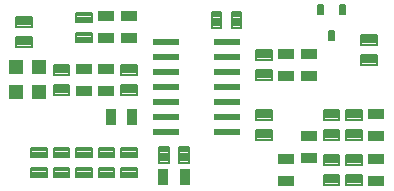
<source format=gbr>
G04 EAGLE Gerber RS-274X export*
G75*
%MOMM*%
%FSLAX34Y34*%
%LPD*%
%INSolderpaste Top*%
%IPPOS*%
%AMOC8*
5,1,8,0,0,1.08239X$1,22.5*%
G01*
%ADD10C,0.150000*%
%ADD11R,1.361800X0.961800*%
%ADD12R,2.200000X0.600000*%
%ADD13R,0.961800X1.361800*%
%ADD14C,0.200000*%
%ADD15R,1.200000X1.200000*%


D10*
X347000Y142610D02*
X351500Y142610D01*
X351500Y135110D01*
X347000Y135110D01*
X347000Y142610D01*
X347000Y136535D02*
X351500Y136535D01*
X351500Y137960D02*
X347000Y137960D01*
X347000Y139385D02*
X351500Y139385D01*
X351500Y140810D02*
X347000Y140810D01*
X347000Y142235D02*
X351500Y142235D01*
X342000Y164610D02*
X337500Y164610D01*
X342000Y164610D02*
X342000Y157110D01*
X337500Y157110D01*
X337500Y164610D01*
X337500Y158535D02*
X342000Y158535D01*
X342000Y159960D02*
X337500Y159960D01*
X337500Y161385D02*
X342000Y161385D01*
X342000Y162810D02*
X337500Y162810D01*
X337500Y164235D02*
X342000Y164235D01*
X356500Y164610D02*
X361000Y164610D01*
X361000Y157110D01*
X356500Y157110D01*
X356500Y164610D01*
X356500Y158535D02*
X361000Y158535D01*
X361000Y159960D02*
X356500Y159960D01*
X356500Y161385D02*
X361000Y161385D01*
X361000Y162810D02*
X356500Y162810D01*
X356500Y164235D02*
X361000Y164235D01*
D11*
X158750Y92350D03*
X158750Y110850D03*
D12*
X208950Y120650D03*
X260950Y120650D03*
X208950Y133350D03*
X208950Y107950D03*
X208950Y95250D03*
X260950Y133350D03*
X260950Y107950D03*
X260950Y95250D03*
X208950Y69850D03*
X260950Y69850D03*
X208950Y82550D03*
X208950Y57150D03*
X260950Y82550D03*
X260950Y57150D03*
D11*
X387350Y54250D03*
X387350Y72750D03*
X387350Y16150D03*
X387350Y34650D03*
X330200Y35200D03*
X330200Y53700D03*
X139700Y92350D03*
X139700Y110850D03*
X311150Y16150D03*
X311150Y34650D03*
D13*
X162200Y69850D03*
X180700Y69850D03*
X225150Y19050D03*
X206650Y19050D03*
D11*
X330200Y105050D03*
X330200Y123550D03*
X311150Y105050D03*
X311150Y123550D03*
X158750Y155300D03*
X158750Y136800D03*
X177800Y155300D03*
X177800Y136800D03*
D14*
X95400Y137740D02*
X95400Y129740D01*
X82400Y129740D01*
X82400Y137740D01*
X95400Y137740D01*
X95400Y131640D02*
X82400Y131640D01*
X82400Y133540D02*
X95400Y133540D01*
X95400Y135440D02*
X82400Y135440D01*
X82400Y137340D02*
X95400Y137340D01*
X95400Y146740D02*
X95400Y154740D01*
X95400Y146740D02*
X82400Y146740D01*
X82400Y154740D01*
X95400Y154740D01*
X95400Y148640D02*
X82400Y148640D01*
X82400Y150540D02*
X95400Y150540D01*
X95400Y152440D02*
X82400Y152440D01*
X82400Y154340D02*
X95400Y154340D01*
X184300Y97100D02*
X184300Y89100D01*
X171300Y89100D01*
X171300Y97100D01*
X184300Y97100D01*
X184300Y91000D02*
X171300Y91000D01*
X171300Y92900D02*
X184300Y92900D01*
X184300Y94800D02*
X171300Y94800D01*
X171300Y96700D02*
X184300Y96700D01*
X184300Y106100D02*
X184300Y114100D01*
X184300Y106100D02*
X171300Y106100D01*
X171300Y114100D01*
X184300Y114100D01*
X184300Y108000D02*
X171300Y108000D01*
X171300Y109900D02*
X184300Y109900D01*
X184300Y111800D02*
X171300Y111800D01*
X171300Y113700D02*
X184300Y113700D01*
X133200Y150550D02*
X133200Y158550D01*
X146200Y158550D01*
X146200Y150550D01*
X133200Y150550D01*
X133200Y152450D02*
X146200Y152450D01*
X146200Y154350D02*
X133200Y154350D01*
X133200Y156250D02*
X146200Y156250D01*
X146200Y158150D02*
X133200Y158150D01*
X133200Y141550D02*
X133200Y133550D01*
X133200Y141550D02*
X146200Y141550D01*
X146200Y133550D01*
X133200Y133550D01*
X133200Y135450D02*
X146200Y135450D01*
X146200Y137350D02*
X133200Y137350D01*
X133200Y139250D02*
X146200Y139250D01*
X146200Y141150D02*
X133200Y141150D01*
X264850Y158900D02*
X272850Y158900D01*
X272850Y145900D01*
X264850Y145900D01*
X264850Y158900D01*
X264850Y147800D02*
X272850Y147800D01*
X272850Y149700D02*
X264850Y149700D01*
X264850Y151600D02*
X272850Y151600D01*
X272850Y153500D02*
X264850Y153500D01*
X264850Y155400D02*
X272850Y155400D01*
X272850Y157300D02*
X264850Y157300D01*
X255850Y158900D02*
X247850Y158900D01*
X255850Y158900D02*
X255850Y145900D01*
X247850Y145900D01*
X247850Y158900D01*
X247850Y147800D02*
X255850Y147800D01*
X255850Y149700D02*
X247850Y149700D01*
X247850Y151600D02*
X255850Y151600D01*
X255850Y153500D02*
X247850Y153500D01*
X247850Y155400D02*
X255850Y155400D01*
X255850Y157300D02*
X247850Y157300D01*
X298600Y109800D02*
X298600Y101800D01*
X285600Y101800D01*
X285600Y109800D01*
X298600Y109800D01*
X298600Y103700D02*
X285600Y103700D01*
X285600Y105600D02*
X298600Y105600D01*
X298600Y107500D02*
X285600Y107500D01*
X285600Y109400D02*
X298600Y109400D01*
X298600Y118800D02*
X298600Y126800D01*
X298600Y118800D02*
X285600Y118800D01*
X285600Y126800D01*
X298600Y126800D01*
X298600Y120700D02*
X285600Y120700D01*
X285600Y122600D02*
X298600Y122600D01*
X298600Y124500D02*
X285600Y124500D01*
X285600Y126400D02*
X298600Y126400D01*
X285600Y76000D02*
X285600Y68000D01*
X285600Y76000D02*
X298600Y76000D01*
X298600Y68000D01*
X285600Y68000D01*
X285600Y69900D02*
X298600Y69900D01*
X298600Y71800D02*
X285600Y71800D01*
X285600Y73700D02*
X298600Y73700D01*
X298600Y75600D02*
X285600Y75600D01*
X285600Y59000D02*
X285600Y51000D01*
X285600Y59000D02*
X298600Y59000D01*
X298600Y51000D01*
X285600Y51000D01*
X285600Y52900D02*
X298600Y52900D01*
X298600Y54800D02*
X285600Y54800D01*
X285600Y56700D02*
X298600Y56700D01*
X298600Y58600D02*
X285600Y58600D01*
X374500Y131500D02*
X374500Y139500D01*
X387500Y139500D01*
X387500Y131500D01*
X374500Y131500D01*
X374500Y133400D02*
X387500Y133400D01*
X387500Y135300D02*
X374500Y135300D01*
X374500Y137200D02*
X387500Y137200D01*
X387500Y139100D02*
X374500Y139100D01*
X374500Y122500D02*
X374500Y114500D01*
X374500Y122500D02*
X387500Y122500D01*
X387500Y114500D01*
X374500Y114500D01*
X374500Y116400D02*
X387500Y116400D01*
X387500Y118300D02*
X374500Y118300D01*
X374500Y120200D02*
X387500Y120200D01*
X387500Y122100D02*
X374500Y122100D01*
X184300Y27250D02*
X184300Y19250D01*
X171300Y19250D01*
X171300Y27250D01*
X184300Y27250D01*
X184300Y21150D02*
X171300Y21150D01*
X171300Y23050D02*
X184300Y23050D01*
X184300Y24950D02*
X171300Y24950D01*
X171300Y26850D02*
X184300Y26850D01*
X184300Y36250D02*
X184300Y44250D01*
X184300Y36250D02*
X171300Y36250D01*
X171300Y44250D01*
X184300Y44250D01*
X184300Y38150D02*
X171300Y38150D01*
X171300Y40050D02*
X184300Y40050D01*
X184300Y41950D02*
X171300Y41950D01*
X171300Y43850D02*
X184300Y43850D01*
X165250Y27250D02*
X165250Y19250D01*
X152250Y19250D01*
X152250Y27250D01*
X165250Y27250D01*
X165250Y21150D02*
X152250Y21150D01*
X152250Y23050D02*
X165250Y23050D01*
X165250Y24950D02*
X152250Y24950D01*
X152250Y26850D02*
X165250Y26850D01*
X165250Y36250D02*
X165250Y44250D01*
X165250Y36250D02*
X152250Y36250D01*
X152250Y44250D01*
X165250Y44250D01*
X165250Y38150D02*
X152250Y38150D01*
X152250Y40050D02*
X165250Y40050D01*
X165250Y41950D02*
X152250Y41950D01*
X152250Y43850D02*
X165250Y43850D01*
X146200Y27250D02*
X146200Y19250D01*
X133200Y19250D01*
X133200Y27250D01*
X146200Y27250D01*
X146200Y21150D02*
X133200Y21150D01*
X133200Y23050D02*
X146200Y23050D01*
X146200Y24950D02*
X133200Y24950D01*
X133200Y26850D02*
X146200Y26850D01*
X146200Y36250D02*
X146200Y44250D01*
X146200Y36250D02*
X133200Y36250D01*
X133200Y44250D01*
X146200Y44250D01*
X146200Y38150D02*
X133200Y38150D01*
X133200Y40050D02*
X146200Y40050D01*
X146200Y41950D02*
X133200Y41950D01*
X133200Y43850D02*
X146200Y43850D01*
X127150Y27250D02*
X127150Y19250D01*
X114150Y19250D01*
X114150Y27250D01*
X127150Y27250D01*
X127150Y21150D02*
X114150Y21150D01*
X114150Y23050D02*
X127150Y23050D01*
X127150Y24950D02*
X114150Y24950D01*
X114150Y26850D02*
X127150Y26850D01*
X127150Y36250D02*
X127150Y44250D01*
X127150Y36250D02*
X114150Y36250D01*
X114150Y44250D01*
X127150Y44250D01*
X127150Y38150D02*
X114150Y38150D01*
X114150Y40050D02*
X127150Y40050D01*
X127150Y41950D02*
X114150Y41950D01*
X114150Y43850D02*
X127150Y43850D01*
X108100Y27250D02*
X108100Y19250D01*
X95100Y19250D01*
X95100Y27250D01*
X108100Y27250D01*
X108100Y21150D02*
X95100Y21150D01*
X95100Y23050D02*
X108100Y23050D01*
X108100Y24950D02*
X95100Y24950D01*
X95100Y26850D02*
X108100Y26850D01*
X108100Y36250D02*
X108100Y44250D01*
X108100Y36250D02*
X95100Y36250D01*
X95100Y44250D01*
X108100Y44250D01*
X108100Y38150D02*
X95100Y38150D01*
X95100Y40050D02*
X108100Y40050D01*
X108100Y41950D02*
X95100Y41950D01*
X95100Y43850D02*
X108100Y43850D01*
X374800Y51000D02*
X374800Y59000D01*
X374800Y51000D02*
X361800Y51000D01*
X361800Y59000D01*
X374800Y59000D01*
X374800Y52900D02*
X361800Y52900D01*
X361800Y54800D02*
X374800Y54800D01*
X374800Y56700D02*
X361800Y56700D01*
X361800Y58600D02*
X374800Y58600D01*
X374800Y68000D02*
X374800Y76000D01*
X374800Y68000D02*
X361800Y68000D01*
X361800Y76000D01*
X374800Y76000D01*
X374800Y69900D02*
X361800Y69900D01*
X361800Y71800D02*
X374800Y71800D01*
X374800Y73700D02*
X361800Y73700D01*
X361800Y75600D02*
X374800Y75600D01*
X374800Y20900D02*
X374800Y12900D01*
X361800Y12900D01*
X361800Y20900D01*
X374800Y20900D01*
X374800Y14800D02*
X361800Y14800D01*
X361800Y16700D02*
X374800Y16700D01*
X374800Y18600D02*
X361800Y18600D01*
X361800Y20500D02*
X374800Y20500D01*
X374800Y29900D02*
X374800Y37900D01*
X374800Y29900D02*
X361800Y29900D01*
X361800Y37900D01*
X374800Y37900D01*
X374800Y31800D02*
X361800Y31800D01*
X361800Y33700D02*
X374800Y33700D01*
X374800Y35600D02*
X361800Y35600D01*
X361800Y37500D02*
X374800Y37500D01*
X342750Y37900D02*
X342750Y29900D01*
X342750Y37900D02*
X355750Y37900D01*
X355750Y29900D01*
X342750Y29900D01*
X342750Y31800D02*
X355750Y31800D01*
X355750Y33700D02*
X342750Y33700D01*
X342750Y35600D02*
X355750Y35600D01*
X355750Y37500D02*
X342750Y37500D01*
X342750Y20900D02*
X342750Y12900D01*
X342750Y20900D02*
X355750Y20900D01*
X355750Y12900D01*
X342750Y12900D01*
X342750Y14800D02*
X355750Y14800D01*
X355750Y16700D02*
X342750Y16700D01*
X342750Y18600D02*
X355750Y18600D01*
X355750Y20500D02*
X342750Y20500D01*
X355750Y51000D02*
X355750Y59000D01*
X355750Y51000D02*
X342750Y51000D01*
X342750Y59000D01*
X355750Y59000D01*
X355750Y52900D02*
X342750Y52900D01*
X342750Y54800D02*
X355750Y54800D01*
X355750Y56700D02*
X342750Y56700D01*
X342750Y58600D02*
X355750Y58600D01*
X355750Y68000D02*
X355750Y76000D01*
X355750Y68000D02*
X342750Y68000D01*
X342750Y76000D01*
X355750Y76000D01*
X355750Y69900D02*
X342750Y69900D01*
X342750Y71800D02*
X355750Y71800D01*
X355750Y73700D02*
X342750Y73700D01*
X342750Y75600D02*
X355750Y75600D01*
X228400Y44600D02*
X220400Y44600D01*
X228400Y44600D02*
X228400Y31600D01*
X220400Y31600D01*
X220400Y44600D01*
X220400Y33500D02*
X228400Y33500D01*
X228400Y35400D02*
X220400Y35400D01*
X220400Y37300D02*
X228400Y37300D01*
X228400Y39200D02*
X220400Y39200D01*
X220400Y41100D02*
X228400Y41100D01*
X228400Y43000D02*
X220400Y43000D01*
X211400Y44600D02*
X203400Y44600D01*
X211400Y44600D02*
X211400Y31600D01*
X203400Y31600D01*
X203400Y44600D01*
X203400Y33500D02*
X211400Y33500D01*
X211400Y35400D02*
X203400Y35400D01*
X203400Y37300D02*
X211400Y37300D01*
X211400Y39200D02*
X203400Y39200D01*
X203400Y41100D02*
X211400Y41100D01*
X211400Y43000D02*
X203400Y43000D01*
D15*
X101600Y112100D03*
X101600Y91100D03*
X82550Y91100D03*
X82550Y112100D03*
D14*
X127150Y97100D02*
X127150Y89100D01*
X114150Y89100D01*
X114150Y97100D01*
X127150Y97100D01*
X127150Y91000D02*
X114150Y91000D01*
X114150Y92900D02*
X127150Y92900D01*
X127150Y94800D02*
X114150Y94800D01*
X114150Y96700D02*
X127150Y96700D01*
X127150Y106100D02*
X127150Y114100D01*
X127150Y106100D02*
X114150Y106100D01*
X114150Y114100D01*
X127150Y114100D01*
X127150Y108000D02*
X114150Y108000D01*
X114150Y109900D02*
X127150Y109900D01*
X127150Y111800D02*
X114150Y111800D01*
X114150Y113700D02*
X127150Y113700D01*
M02*

</source>
